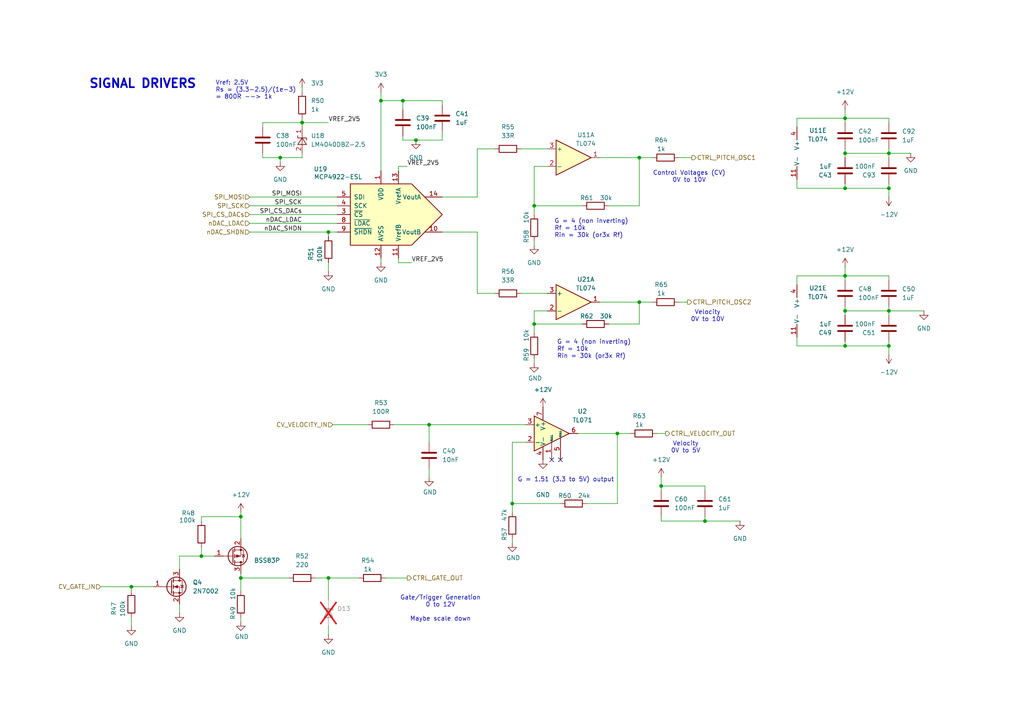
<source format=kicad_sch>
(kicad_sch (version 20250114) (generator "eeschema") (generator_version "9.0")
  (paper "A4")
  (lib_symbols
    (symbol "Amplifier_Operational:TL071" (pin_names (offset 0.127))
      (property "Reference" "U" (at 0 6.35 0))
      (property "Value" "TL071" (at 0 3.81 0))
      (symbol "TL071_0_1"
        (polyline (pts (xy -5.08 5.08) (xy 5.08 0) (xy -5.08 -5.08) (xy -5.08 5.08)) (stroke (width 0.254)) (fill (type background)))
      )
      (symbol "TL071_1_1"
        (pin input line (at -7.62 2.54 0) (length 2.54) (name "+") (number "3"))
        (pin input line (at -7.62 -2.54 0) (length 2.54) (name "-") (number "2"))
        (pin power_in line (at -2.54 7.62 270) (length 3.81) (name "V+") (number "7"))
        (pin power_in line (at -2.54 -7.62 90) (length 3.81) (name "V-") (number "4"))
        (pin no_connect line (at 0 2.54 270) (length 2.54) (hide yes) (name "NC") (number "8"))
        (pin input line (at 0 -7.62 90) (length 5.08) (name "NULL") (number "1"))
        (pin input line (at 2.54 -7.62 90) (length 6.35) (name "NULL") (number "5"))
        (pin output line (at 7.62 0 180) (length 2.54) (name "~") (number "6"))
      )
    )
    (symbol "Amplifier_Operational:TL074" (pin_names (offset 0.127))
      (property "Reference" "U" (at 0 5.08 0))
      (property "Value" "TL074" (at 0 -5.08 0))
      (symbol "TL074_1_1"
        (polyline (pts (xy -5.08 5.08) (xy 5.08 0) (xy -5.08 -5.08) (xy -5.08 5.08)) (stroke (width 0.254)) (fill (type background)))
        (pin input line (at -7.62 2.54 0) (length 2.54) (name "+") (number "3"))
        (pin input line (at -7.62 -2.54 0) (length 2.54) (name "-") (number "2"))
        (pin output line (at 7.62 0 180) (length 2.54) (name "~") (number "1"))
      )
      (symbol "TL074_2_1"
        (polyline (pts (xy -5.08 5.08) (xy 5.08 0) (xy -5.08 -5.08) (xy -5.08 5.08)) (stroke (width 0.254)) (fill (type background)))
        (pin input line (at -7.62 2.54 0) (length 2.54) (name "+") (number "5"))
        (pin input line (at -7.62 -2.54 0) (length 2.54) (name "-") (number "6"))
        (pin output line (at 7.62 0 180) (length 2.54) (name "~") (number "7"))
      )
      (symbol "TL074_3_1"
        (polyline (pts (xy -5.08 5.08) (xy 5.08 0) (xy -5.08 -5.08) (xy -5.08 5.08)) (stroke (width 0.254)) (fill (type background)))
        (pin input line (at -7.62 2.54 0) (length 2.54) (name "+") (number "10"))
        (pin input line (at -7.62 -2.54 0) (length 2.54) (name "-") (number "9"))
        (pin output line (at 7.62 0 180) (length 2.54) (name "~") (number "8"))
      )
      (symbol "TL074_4_1"
        (polyline (pts (xy -5.08 5.08) (xy 5.08 0) (xy -5.08 -5.08) (xy -5.08 5.08)) (stroke (width 0.254)) (fill (type background)))
        (pin input line (at -7.62 2.54 0) (length 2.54) (name "+") (number "12"))
        (pin input line (at -7.62 -2.54 0) (length 2.54) (name "-") (number "13"))
        (pin output line (at 7.62 0 180) (length 2.54) (name "~") (number "14"))
      )
      (symbol "TL074_5_1"
        (pin power_in line (at -2.54 7.62 270) (length 3.81) (name "V+") (number "4"))
        (pin power_in line (at -2.54 -7.62 90) (length 3.81) (name "V-") (number "11"))
      )
    )
    (symbol "Analog_DAC:MCP4922-ESL" (pin_names (offset 1.016))
      (property "Reference" "U" (at -10.16 10.16 0))
      (property "Value" "MCP4922-ESL" (at 3.81 10.16 0))
      (symbol "MCP4922-ESL_0_1"
        (polyline (pts (xy -11.43 8.89) (xy 6.35 8.89) (xy 15.24 0) (xy 6.35 -8.89) (xy -11.43 -8.89) (xy -11.43 8.89)) (stroke (width 0.254)) (fill (type background)))
      )
      (symbol "MCP4922-ESL_1_1"
        (pin input line (at -15.24 5.08 0) (length 3.81) (name "SDI") (number "5"))
        (pin input line (at -15.24 2.54 0) (length 3.81) (name "SCK") (number "4"))
        (pin input line (at -15.24 0 0) (length 3.81) (name "~{CS}") (number "3"))
        (pin input line (at -15.24 -2.54 0) (length 3.81) (name "~{LDAC}") (number "8"))
        (pin input line (at -15.24 -5.08 0) (length 3.81) (name "~{SHDN}") (number "9"))
        (pin no_connect line (at -10.16 -8.89 90) (length 2.54) (hide yes) (name "NC") (number "7"))
        (pin no_connect line (at -7.62 -8.89 90) (length 2.54) (hide yes) (name "NC") (number "6"))
        (pin no_connect line (at -5.08 -8.89 90) (length 2.54) (hide yes) (name "NC") (number "2"))
        (pin power_in line (at -2.54 12.7 270) (length 3.81) (name "VDD") (number "1"))
        (pin power_in line (at -2.54 -12.7 90) (length 3.81) (name "AVSS") (number "12"))
        (pin passive line (at 2.54 12.7 270) (length 3.81) (name "VrefA") (number "13"))
        (pin passive line (at 2.54 -12.7 90) (length 3.81) (name "VrefB") (number "11"))
        (pin passive line (at 15.24 5.08 180) (length 5.08) (name "VoutA") (number "14"))
        (pin passive line (at 15.24 -5.08 180) (length 5.08) (name "VoutB") (number "10"))
      )
    )
    (symbol "Device:C" (pin_numbers (hide yes)) (pin_names (offset 0.254))
      (property "Reference" "C" (at 0.635 2.54 0))
      (property "Value" "C" (at 0.635 -2.54 0))
      (symbol "C_0_1"
        (polyline (pts (xy -2.032 0.762) (xy 2.032 0.762)) (stroke (width 0.508)))
        (polyline (pts (xy -2.032 -0.762) (xy 2.032 -0.762)) (stroke (width 0.508)))
      )
      (symbol "C_1_1"
        (pin passive line (at 0 3.81 270) (length 2.794) (name "~") (number "1"))
        (pin passive line (at 0 -3.81 90) (length 2.794) (name "~") (number "2"))
      )
    )
    (symbol "Device:R" (pin_numbers (hide yes)) (pin_names (offset 0))
      (property "Reference" "R" (at 2.032 0 90))
      (property "Value" "R" (at 0 0 90))
      (symbol "R_0_1"
        (rectangle (start -1.016 -2.54) (end 1.016 2.54) (stroke (width 0.254)))
      )
      (symbol "R_1_1"
        (pin passive line (at 0 3.81 270) (length 1.27) (name "~") (number "1"))
        (pin passive line (at 0 -3.81 90) (length 1.27) (name "~") (number "2"))
      )
    )
    (symbol "Diode:BZT52Bxx" (pin_numbers (hide yes)) (pin_names (hide yes))
      (property "Reference" "D" (at 0 2.54 0))
      (property "Value" "BZT52Bxx" (at 0 -2.54 0))
      (symbol "BZT52Bxx_0_1"
        (polyline (pts (xy -1.27 -1.27) (xy -1.27 1.27) (xy -0.762 1.27)) (stroke (width 0.254)))
        (polyline (pts (xy 1.27 0) (xy -1.27 0)))
        (polyline (pts (xy 1.27 -1.27) (xy 1.27 1.27) (xy -1.27 0) (xy 1.27 -1.27)) (stroke (width 0.254)))
      )
      (symbol "BZT52Bxx_1_1"
        (pin passive line (at -3.81 0 0) (length 2.54) (name "K") (number "1"))
        (pin passive line (at 3.81 0 180) (length 2.54) (name "A") (number "2"))
      )
    )
    (symbol "Reference_Voltage:LM4040DBZ-2.5" (pin_names (offset 0.0254) (hide yes))
      (property "Reference" "U" (at 0 2.54 0))
      (property "Value" "LM4040DBZ-2.5" (at 0 -3.175 0))
      (symbol "LM4040DBZ-2.5_0_1"
        (polyline (pts (xy -1.27 0) (xy 0 0) (xy 1.27 0)))
        (polyline (pts (xy -1.27 -1.27) (xy 0.635 0) (xy -1.27 1.27) (xy -1.27 -1.27)) (stroke (width 0.2032)))
        (polyline (pts (xy 0 -1.27) (xy 0.635 -1.27) (xy 0.635 1.27) (xy 1.27 1.27)) (stroke (width 0.2032)))
      )
      (symbol "LM4040DBZ-2.5_1_1"
        (pin passive line (at -3.81 0 0) (length 2.54) (name "A") (number "2"))
        (pin no_connect line (at -1.27 0 0) (length 2.54) (hide yes) (name "NC") (number "3"))
        (pin passive line (at 3.81 0 180) (length 2.54) (name "K") (number "1"))
      )
    )
    (symbol "Transistor_FET:2N7002" (pin_names (hide yes))
      (property "Reference" "Q" (at 5.08 1.905 0))
      (property "Value" "2N7002" (at 5.08 0 0))
      (symbol "2N7002_0_1"
        (polyline (pts (xy 0.254 1.905) (xy 0.254 -1.905)) (stroke (width 0.254)))
        (polyline (pts (xy 0.254 0) (xy -2.54 0)))
        (polyline (pts (xy 0.762 2.286) (xy 0.762 1.27)) (stroke (width 0.254)))
        (polyline (pts (xy 0.762 0.508) (xy 0.762 -0.508)) (stroke (width 0.254)))
        (polyline (pts (xy 0.762 -1.27) (xy 0.762 -2.286)) (stroke (width 0.254)))
        (polyline (pts (xy 0.762 -1.778) (xy 3.302 -1.778) (xy 3.302 1.778) (xy 0.762 1.778)))
        (polyline (pts (xy 1.016 0) (xy 2.032 0.381) (xy 2.032 -0.381) (xy 1.016 0)) (fill (type outline)))
        (circle (center 1.651 0) (radius 2.794) (stroke (width 0.254)))
        (polyline (pts (xy 2.54 2.54) (xy 2.54 1.778)))
        (circle (center 2.54 1.778) (radius 0.254) (fill (type outline)))
        (circle (center 2.54 -1.778) (radius 0.254) (fill (type outline)))
        (polyline (pts (xy 2.54 -2.54) (xy 2.54 0) (xy 0.762 0)))
        (polyline (pts (xy 2.794 0.508) (xy 2.921 0.381) (xy 3.683 0.381) (xy 3.81 0.254)))
        (polyline (pts (xy 3.302 0.381) (xy 2.921 -0.254) (xy 3.683 -0.254) (xy 3.302 0.381)))
      )
      (symbol "2N7002_1_1"
        (pin input line (at -5.08 0 0) (length 2.54) (name "G") (number "1"))
        (pin passive line (at 2.54 5.08 270) (length 2.54) (name "D") (number "3"))
        (pin passive line (at 2.54 -5.08 90) (length 2.54) (name "S") (number "2"))
      )
    )
    (symbol "Transistor_FET:BSS83P" (pin_names (hide yes))
      (property "Reference" "Q" (at 5.08 1.905 0))
      (property "Value" "BSS83P" (at 5.08 0 0))
      (symbol "BSS83P_0_1"
        (polyline (pts (xy 0.254 1.905) (xy 0.254 -1.905)) (stroke (width 0.254)))
        (polyline (pts (xy 0.254 0) (xy -2.54 0)))
        (polyline (pts (xy 0.762 2.286) (xy 0.762 1.27)) (stroke (width 0.254)))
        (polyline (pts (xy 0.762 1.778) (xy 3.302 1.778) (xy 3.302 -1.778) (xy 0.762 -1.778)))
        (polyline (pts (xy 0.762 0.508) (xy 0.762 -0.508)) (stroke (width 0.254)))
        (polyline (pts (xy 0.762 -1.27) (xy 0.762 -2.286)) (stroke (width 0.254)))
        (circle (center 1.651 0) (radius 2.794) (stroke (width 0.254)))
        (polyline (pts (xy 2.286 0) (xy 1.27 0.381) (xy 1.27 -0.381) (xy 2.286 0)) (fill (type outline)))
        (polyline (pts (xy 2.54 2.54) (xy 2.54 1.778)))
        (circle (center 2.54 1.778) (radius 0.254) (fill (type outline)))
        (circle (center 2.54 -1.778) (radius 0.254) (fill (type outline)))
        (polyline (pts (xy 2.54 -2.54) (xy 2.54 0) (xy 0.762 0)))
        (polyline (pts (xy 2.794 -0.508) (xy 2.921 -0.381) (xy 3.683 -0.381) (xy 3.81 -0.254)))
        (polyline (pts (xy 3.302 -0.381) (xy 2.921 0.254) (xy 3.683 0.254) (xy 3.302 -0.381)))
      )
      (symbol "BSS83P_1_1"
        (pin input line (at -5.08 0 0) (length 2.54) (name "G") (number "1"))
        (pin passive line (at 2.54 5.08 270) (length 2.54) (name "D") (number "3"))
        (pin passive line (at 2.54 -5.08 90) (length 2.54) (name "S") (number "2"))
      )
    )
    (symbol "power:+15V" (power) (pin_numbers (hide yes)) (pin_names (offset 0) (hide yes))
      (property "Value" "+15V" (at 0 3.556 0))
      (symbol "+15V_0_1"
        (polyline (pts (xy -0.762 1.27) (xy 0 2.54)))
        (polyline (pts (xy 0 2.54) (xy 0.762 1.27)))
        (polyline (pts (xy 0 0) (xy 0 2.54)))
      )
      (symbol "+15V_1_1"
        (pin power_in line (at 0 0 90) (length 0) (name "~") (number "1"))
      )
    )
    (symbol "power:GND" (power) (pin_numbers (hide yes)) (pin_names (offset 0) (hide yes))
      (property "Value" "GND" (at 0 -3.81 0))
      (symbol "GND_0_1"
        (polyline (pts (xy 0 0) (xy 0 -1.27) (xy 1.27 -1.27) (xy 0 -2.54) (xy -1.27 -1.27) (xy 0 -1.27)))
      )
      (symbol "GND_1_1"
        (pin power_in line (at 0 0 270) (length 0) (name "~") (number "1"))
      )
    )
  )
  (text "Velocity\n0V to 5V" (at 198.882 129.794 0) (effects (font (size 1.27 1.27))))
  (text "G = 4 (non inverting)\nRf = 10k\nRin = 30k (or3x Rf)" (at 161.544 101.346 0) (effects (font (size 1.27 1.27)) (justify left)))
  (text "G = 1.51 (3.3 to 5V) output" (at 150.114 139.192 0) (effects (font (size 1.27 1.27)) (justify left)))
  (text "Gate/Trigger Generation\n0 to 12V\n\nMaybe scale down" (at 127.762 176.53 0) (effects (font (size 1.27 1.27))))
  (text "Control Voltages (CV)\n0V to 10V" (at 199.898 51.308 0) (effects (font (size 1.27 1.27))))
  (text "Velocity\n0V to 10V" (at 205.232 91.694 0) (effects (font (size 1.27 1.27))))
  (text "Vref: 2.5V\nRs = (3.3-2.5)/(1e-3) \n= 800R --> 1k " (at 62.484 26.162 0) (effects (font (size 1.27 1.27)) (justify left)))
  (text "SIGNAL DRIVERS" (at 41.402 24.384 0) (effects (font (size 2.54 2.54) (thickness 0.508) (bold yes))))
  (text "G = 4 (non inverting)\nRf = 10k\nRin = 30k (or3x Rf)" (at 160.782 66.294 0) (effects (font (size 1.27 1.27)) (justify left)))
  (junction (at 257.81 54.61))
  (junction (at 245.11 80.01))
  (junction (at 95.25 67.31))
  (junction (at 245.11 90.17))
  (junction (at 257.81 90.17))
  (junction (at 87.63 35.56))
  (junction (at 110.49 29.21))
  (junction (at 38.1 170.18))
  (junction (at 120.65 40.64))
  (junction (at 81.28 45.72))
  (junction (at 191.77 140.97))
  (junction (at 185.42 87.63))
  (junction (at 58.42 161.29))
  (junction (at 257.81 44.45))
  (junction (at 185.42 45.72))
  (junction (at 154.94 93.98))
  (junction (at 245.11 100.33))
  (junction (at 245.11 34.29))
  (junction (at 95.25 167.64))
  (junction (at 179.07 125.73))
  (junction (at 148.59 146.05))
  (junction (at 69.85 167.64))
  (junction (at 245.11 54.61))
  (junction (at 124.46 123.19))
  (junction (at 154.94 59.69))
  (junction (at 204.47 151.13))
  (junction (at 69.85 149.86))
  (junction (at 245.11 44.45))
  (junction (at 116.84 29.21))
  (junction (at 257.81 100.33))
  (no_connect (at 162.56 133.35))
  (no_connect (at 160.02 133.35))
  (wire (pts (xy 176.53 59.69) (xy 185.42 59.69)))
  (wire (pts (xy 58.42 149.86) (xy 69.85 149.86)))
  (wire (pts (xy 245.11 80.01) (xy 245.11 81.28)))
  (wire (pts (xy 154.94 59.69) (xy 168.91 59.69)))
  (wire (pts (xy 95.25 67.31) (xy 97.79 67.31)))
  (wire (pts (xy 173.99 45.72) (xy 185.42 45.72)))
  (wire (pts (xy 69.85 149.86) (xy 69.85 148.59)))
  (wire (pts (xy 257.81 54.61) (xy 245.11 54.61)))
  (wire (pts (xy 191.77 140.97) (xy 204.47 140.97)))
  (wire (pts (xy 245.11 54.61) (xy 245.11 53.34)))
  (wire (pts (xy 245.11 88.9) (xy 245.11 90.17)))
  (wire (pts (xy 128.27 29.21) (xy 128.27 30.48)))
  (wire (pts (xy 128.27 67.31) (xy 138.43 67.31)))
  (wire (pts (xy 124.46 123.19) (xy 114.3 123.19)))
  (wire (pts (xy 257.81 44.45) (xy 257.81 45.72)))
  (wire (pts (xy 116.84 29.21) (xy 116.84 31.75)))
  (wire (pts (xy 245.11 43.18) (xy 245.11 44.45)))
  (wire (pts (xy 148.59 128.27) (xy 148.59 146.05)))
  (wire (pts (xy 245.11 91.44) (xy 245.11 90.17)))
  (wire (pts (xy 231.14 100.33) (xy 245.11 100.33)))
  (wire (pts (xy 95.25 184.15) (xy 95.25 181.61)))
  (wire (pts (xy 257.81 43.18) (xy 257.81 44.45)))
  (wire (pts (xy 231.14 34.29) (xy 245.11 34.29)))
  (wire (pts (xy 154.94 59.69) (xy 154.94 62.23)))
  (wire (pts (xy 95.25 67.31) (xy 95.25 68.58)))
  (wire (pts (xy 179.07 125.73) (xy 179.07 146.05)))
  (wire (pts (xy 231.14 36.83) (xy 231.14 34.29)))
  (wire (pts (xy 245.11 31.75) (xy 245.11 34.29)))
  (wire (pts (xy 158.75 43.18) (xy 151.13 43.18)))
  (wire (pts (xy 69.85 166.37) (xy 69.85 167.64)))
  (wire (pts (xy 204.47 140.97) (xy 204.47 142.24)))
  (wire (pts (xy 116.84 39.37) (xy 116.84 40.64)))
  (wire (pts (xy 128.27 57.15) (xy 138.43 57.15)))
  (wire (pts (xy 148.59 156.21) (xy 148.59 157.48)))
  (wire (pts (xy 257.81 54.61) (xy 257.81 53.34)))
  (wire (pts (xy 52.07 161.29) (xy 58.42 161.29)))
  (wire (pts (xy 245.11 34.29) (xy 245.11 35.56)))
  (wire (pts (xy 58.42 161.29) (xy 62.23 161.29)))
  (wire (pts (xy 152.4 128.27) (xy 148.59 128.27)))
  (wire (pts (xy 257.81 80.01) (xy 257.81 81.28)))
  (wire (pts (xy 257.81 88.9) (xy 257.81 90.17)))
  (wire (pts (xy 128.27 38.1) (xy 128.27 40.64)))
  (wire (pts (xy 189.23 87.63) (xy 185.42 87.63)))
  (wire (pts (xy 154.94 71.12) (xy 154.94 69.85)))
  (wire (pts (xy 191.77 140.97) (xy 191.77 142.24)))
  (wire (pts (xy 87.63 45.72) (xy 87.63 44.45)))
  (wire (pts (xy 170.18 146.05) (xy 179.07 146.05)))
  (wire (pts (xy 138.43 67.31) (xy 138.43 85.09)))
  (wire (pts (xy 72.39 64.77) (xy 97.79 64.77)))
  (wire (pts (xy 190.5 125.73) (xy 193.04 125.73)))
  (wire (pts (xy 204.47 149.86) (xy 204.47 151.13)))
  (wire (pts (xy 119.38 76.2) (xy 115.57 76.2)))
  (wire (pts (xy 76.2 45.72) (xy 81.28 45.72)))
  (wire (pts (xy 81.28 45.72) (xy 81.28 46.99)))
  (wire (pts (xy 196.85 87.63) (xy 199.39 87.63)))
  (wire (pts (xy 154.94 90.17) (xy 154.94 93.98)))
  (wire (pts (xy 167.64 125.73) (xy 179.07 125.73)))
  (wire (pts (xy 245.11 34.29) (xy 257.81 34.29)))
  (wire (pts (xy 245.11 44.45) (xy 257.81 44.45)))
  (wire (pts (xy 95.25 35.56) (xy 87.63 35.56)))
  (wire (pts (xy 87.63 45.72) (xy 81.28 45.72)))
  (wire (pts (xy 257.81 34.29) (xy 257.81 35.56)))
  (wire (pts (xy 264.16 44.45) (xy 257.81 44.45)))
  (wire (pts (xy 257.81 90.17) (xy 267.97 90.17)))
  (wire (pts (xy 154.94 104.14) (xy 154.94 105.41)))
  (wire (pts (xy 38.1 181.61) (xy 38.1 179.07)))
  (wire (pts (xy 245.11 77.47) (xy 245.11 80.01)))
  (wire (pts (xy 204.47 151.13) (xy 214.63 151.13)))
  (wire (pts (xy 38.1 170.18) (xy 38.1 171.45)))
  (wire (pts (xy 111.76 167.64) (xy 118.11 167.64)))
  (wire (pts (xy 196.85 45.72) (xy 200.66 45.72)))
  (wire (pts (xy 176.53 93.98) (xy 185.42 93.98)))
  (wire (pts (xy 191.77 138.43) (xy 191.77 140.97)))
  (wire (pts (xy 72.39 57.15) (xy 97.79 57.15)))
  (wire (pts (xy 245.11 45.72) (xy 245.11 44.45)))
  (wire (pts (xy 58.42 151.13) (xy 58.42 149.86)))
  (wire (pts (xy 231.14 82.55) (xy 231.14 80.01)))
  (wire (pts (xy 231.14 97.79) (xy 231.14 100.33)))
  (wire (pts (xy 154.94 48.26) (xy 154.94 59.69)))
  (wire (pts (xy 95.25 173.99) (xy 95.25 167.64)))
  (wire (pts (xy 257.81 100.33) (xy 245.11 100.33)))
  (wire (pts (xy 38.1 170.18) (xy 44.45 170.18)))
  (wire (pts (xy 124.46 123.19) (xy 124.46 128.27)))
  (wire (pts (xy 87.63 25.4) (xy 87.63 26.67)))
  (wire (pts (xy 52.07 177.8) (xy 52.07 175.26)))
  (wire (pts (xy 173.99 87.63) (xy 185.42 87.63)))
  (wire (pts (xy 245.11 90.17) (xy 257.81 90.17)))
  (wire (pts (xy 257.81 90.17) (xy 257.81 91.44)))
  (wire (pts (xy 87.63 35.56) (xy 87.63 36.83)))
  (wire (pts (xy 110.49 29.21) (xy 110.49 26.67)))
  (wire (pts (xy 189.23 45.72) (xy 185.42 45.72)))
  (wire (pts (xy 95.25 78.74) (xy 95.25 76.2)))
  (wire (pts (xy 138.43 57.15) (xy 138.43 43.18)))
  (wire (pts (xy 95.25 167.64) (xy 91.44 167.64)))
  (wire (pts (xy 76.2 35.56) (xy 87.63 35.56)))
  (wire (pts (xy 128.27 29.21) (xy 116.84 29.21)))
  (wire (pts (xy 118.11 48.26) (xy 115.57 48.26)))
  (wire (pts (xy 231.14 52.07) (xy 231.14 54.61)))
  (wire (pts (xy 116.84 29.21) (xy 110.49 29.21)))
  (wire (pts (xy 191.77 149.86) (xy 191.77 151.13)))
  (wire (pts (xy 69.85 167.64) (xy 83.82 167.64)))
  (wire (pts (xy 52.07 165.1) (xy 52.07 161.29)))
  (wire (pts (xy 69.85 167.64) (xy 69.85 171.45)))
  (wire (pts (xy 182.88 125.73) (xy 179.07 125.73)))
  (wire (pts (xy 231.14 54.61) (xy 245.11 54.61)))
  (wire (pts (xy 158.75 90.17) (xy 154.94 90.17)))
  (wire (pts (xy 257.81 100.33) (xy 257.81 99.06)))
  (wire (pts (xy 128.27 40.64) (xy 120.65 40.64)))
  (wire (pts (xy 191.77 151.13) (xy 204.47 151.13)))
  (wire (pts (xy 76.2 45.72) (xy 76.2 44.45)))
  (wire (pts (xy 76.2 35.56) (xy 76.2 36.83)))
  (wire (pts (xy 72.39 62.23) (xy 97.79 62.23)))
  (wire (pts (xy 257.81 57.15) (xy 257.81 54.61)))
  (wire (pts (xy 29.21 170.18) (xy 38.1 170.18)))
  (wire (pts (xy 96.52 123.19) (xy 106.68 123.19)))
  (wire (pts (xy 72.39 59.69) (xy 97.79 59.69)))
  (wire (pts (xy 185.42 45.72) (xy 185.42 59.69)))
  (wire (pts (xy 110.49 76.2) (xy 110.49 74.93)))
  (wire (pts (xy 104.14 167.64) (xy 95.25 167.64)))
  (wire (pts (xy 138.43 85.09) (xy 143.51 85.09)))
  (wire (pts (xy 110.49 29.21) (xy 110.49 49.53)))
  (wire (pts (xy 257.81 102.87) (xy 257.81 100.33)))
  (wire (pts (xy 185.42 87.63) (xy 185.42 93.98)))
  (wire (pts (xy 231.14 80.01) (xy 245.11 80.01)))
  (wire (pts (xy 148.59 146.05) (xy 148.59 148.59)))
  (wire (pts (xy 138.43 43.18) (xy 143.51 43.18)))
  (wire (pts (xy 115.57 48.26) (xy 115.57 49.53)))
  (wire (pts (xy 154.94 93.98) (xy 154.94 96.52)))
  (wire (pts (xy 87.63 35.56) (xy 87.63 34.29)))
  (wire (pts (xy 152.4 123.19) (xy 124.46 123.19)))
  (wire (pts (xy 245.11 80.01) (xy 257.81 80.01)))
  (wire (pts (xy 154.94 93.98) (xy 168.91 93.98)))
  (wire (pts (xy 245.11 100.33) (xy 245.11 99.06)))
  (wire (pts (xy 124.46 135.89) (xy 124.46 138.43)))
  (wire (pts (xy 158.75 85.09) (xy 151.13 85.09)))
  (wire (pts (xy 58.42 158.75) (xy 58.42 161.29)))
  (wire (pts (xy 148.59 146.05) (xy 162.56 146.05)))
  (wire (pts (xy 158.75 48.26) (xy 154.94 48.26)))
  (wire (pts (xy 69.85 156.21) (xy 69.85 149.86)))
  (wire (pts (xy 72.39 67.31) (xy 95.25 67.31)))
  (wire (pts (xy 115.57 76.2) (xy 115.57 74.93)))
  (wire (pts (xy 120.65 40.64) (xy 116.84 40.64)))
  (wire (pts (xy 69.85 179.07) (xy 69.85 180.34)))
  (label "SPI_CS_DACs" (at 87.63 62.23 180))
  (label "VREF_2V5" (at 119.38 76.2 0))
  (label "nDAC_LDAC" (at 87.63 64.77 180))
  (label "SPI_MOSI" (at 87.63 57.15 180))
  (label "VREF_2V5" (at 95.25 35.56 0))
  (label "VREF_2V5" (at 118.11 48.26 0))
  (label "nDAC_SHDN" (at 87.63 67.31 180))
  (label "SPI_SCK" (at 87.63 59.69 180))
  (hierarchical_label "CV_VELOCITY_IN" (shape input) (at 96.52 123.19 180))
  (hierarchical_label "CV_GATE_IN" (shape input) (at 29.21 170.18 180))
  (hierarchical_label "SPI_CS_DACs" (shape input) (at 72.39 62.23 180))
  (hierarchical_label "CTRL_PITCH_OSC2" (shape output) (at 199.39 87.63 0))
  (hierarchical_label "CTRL_PITCH_OSC1" (shape output) (at 200.66 45.72 0))
  (hierarchical_label "nDAC_LDAC" (shape input) (at 72.39 64.77 180))
  (hierarchical_label "nDAC_SHDN" (shape input) (at 72.39 67.31 180))
  (hierarchical_label "CTRL_GATE_OUT" (shape output) (at 118.11 167.64 0))
  (hierarchical_label "SPI_MOSI" (shape input) (at 72.39 57.15 180))
  (hierarchical_label "CTRL_VELOCITY_OUT" (shape output) (at 193.04 125.73 0))
  (hierarchical_label "SPI_SCK" (shape input) (at 72.39 59.69 180))
  (symbol (lib_id "Device:R") (at 69.85 175.26 0) (unit 1)
    (property "Reference" "R49" (at 67.564 177.8 90))
    (property "Value" "10k" (at 67.564 172.212 90))
    (property "Footprint" "Resistor_SMD:R_0402_1005Metric" (effects (hide yes)))
    (property "Description" "Resistor" (effects (hide yes)))
    (property "Manufacturer" "YAGEO" (effects (hide yes)))
    (property "Manufacturer PartNumer" "RT0402FRE0710KL" (effects (hide yes)))
    (instances (project "midi_vco_module" (path "" (reference "R49") (unit 1))) (project "analog_synth" (path "" (reference "R30") (unit 1))))
  )
  (symbol (lib_id "power:+15V") (at 257.81 57.15 180) (unit 1)
    (property "Reference" "#PWR08" (effects (hide yes)))
    (property "Value" "-12V" (at 257.81 62.23 0))
    (property "Description" "Power symbol creates a global label with name \"+15V\"" (effects (hide yes)))
  )
  (symbol (lib_id "Device:R") (at 110.49 123.19 90) (unit 1)
    (property "Reference" "R53" (at 110.49 116.84 90))
    (property "Value" "100R" (at 110.49 119.38 90))
    (property "Footprint" "Resistor_SMD:R_0402_1005Metric" (effects (hide yes)))
    (property "Description" "Resistor" (effects (hide yes)))
    (property "Manufacturer PartNumer" "RT0402FRE07100RL" (effects (hide yes)))
    (property "Manufacturer" "YAGEO" (effects (hide yes)))
  )
  (symbol (lib_id "Device:C") (at 116.84 35.56 0) (unit 1)
    (property "Reference" "C39" (at 120.65 34.2899 0) (effects (justify left)))
    (property "Value" "100nF" (at 120.65 36.8299 0) (effects (justify left)))
    (property "Footprint" "Capacitor_SMD:C_0402_1005Metric" (effects (hide yes)))
    (property "Description" "Unpolarized capacitor" (effects (hide yes)))
    (property "Manufacturer" "MURATA" (effects (hide yes)))
    (property "Manufacturer PartNumer" "GRM155R71E104KE14J" (effects (hide yes)))
    (instances (project "midi_vco_module" (path "" (reference "C39") (unit 1))) (project "analog_synth" (path "" (reference "C30") (unit 1))))
  )
  (symbol (lib_id "Device:C") (at 191.77 146.05 0) (unit 1)
    (property "Reference" "C60" (at 195.58 144.7799 0) (effects (justify left)))
    (property "Value" "100nF" (at 195.58 147.3199 0) (effects (justify left)))
    (property "Footprint" "Capacitor_SMD:C_0402_1005Metric" (effects (hide yes)))
    (property "Description" "Unpolarized capacitor" (effects (hide yes)))
    (property "Manufacturer" "MURATA" (effects (hide yes)))
    (property "Manufacturer PartNumer" "GRM155R71E104KE14J" (effects (hide yes)))
  )
  (symbol (lib_id "power:+15V") (at 110.49 26.67 0) (unit 1)
    (property "Reference" "#PWR0191" (effects (hide yes)))
    (property "Value" "3V3" (at 110.49 21.59 0))
    (property "Description" "Power symbol creates a global label with name \"+15V\"" (effects (hide yes)))
    (instances (project "midi_vco_module" (path "" (reference "#PWR0191") (unit 1))) (project "analog_synth" (path "" (reference "#PWR073") (unit 1))))
  )
  (symbol (lib_id "power:+15V") (at 191.77 138.43 0) (unit 1)
    (property "Reference" "#PWR021" (effects (hide yes)))
    (property "Value" "+12V" (at 191.77 133.35 0))
    (property "Description" "Power symbol creates a global label with name \"+15V\"" (effects (hide yes)))
  )
  (symbol (lib_id "Device:C") (at 257.81 95.25 180) (unit 1)
    (property "Reference" "C51" (at 254 96.5201 0) (effects (justify left)))
    (property "Value" "100nF" (at 254 93.9801 0) (effects (justify left)))
    (property "Footprint" "Capacitor_SMD:C_0402_1005Metric" (effects (hide yes)))
    (property "Description" "Unpolarized capacitor" (effects (hide yes)))
    (property "Manufacturer" "MURATA" (effects (hide yes)))
    (property "Manufacturer PartNumer" "GRM155R71E104KE14J" (effects (hide yes)))
  )
  (symbol (lib_id "Reference_Voltage:LM4040DBZ-2.5") (at 87.63 40.64 90) (unit 1)
    (property "Reference" "U18" (at 90.17 39.3699 90) (effects (justify right)))
    (property "Value" "LM4040DBZ-2.5" (at 90.17 41.9099 90) (effects (justify right)))
    (property "Footprint" "Package_TO_SOT_SMD:SOT-23" (effects (hide yes)))
    (property "Datasheet" "http://www.ti.com/lit/ds/symlink/lm4040-n.pdf" (effects (hide yes)))
    (property "Description" "2.500V Precision Micropower Shunt Voltage Reference, SOT-23" (effects (hide yes)))
    (property "Manufacturer" "Texas Instruments" (effects (hide yes)))
    (property "Manufacturer PartNumer" "LM4040QAIM3-2.5/NOPB" (effects (hide yes)))
    (instances (project "midi_vco_module" (path "" (reference "U18") (unit 1))) (project "analog_synth" (path "" (reference "U11") (unit 1))))
  )
  (symbol (lib_id "Device:R") (at 148.59 152.4 0) (unit 1)
    (property "Reference" "R57" (at 146.304 154.94 90))
    (property "Value" "47k" (at 146.304 149.352 90))
    (property "Footprint" "Resistor_SMD:R_0402_1005Metric" (effects (hide yes)))
    (property "Description" "Resistor" (effects (hide yes)))
    (property "Manufacturer PartNumer" "RT0402FRE0747KL" (effects (hide yes)))
    (property "Manufacturer" "YAGEO" (effects (hide yes)))
  )
  (symbol (lib_id "Transistor_FET:2N7002") (at 49.53 170.18 0) (unit 1)
    (property "Reference" "Q4" (at 55.88 168.9099 0) (effects (justify left)))
    (property "Value" "2N7002" (at 55.88 171.4499 0) (effects (justify left)))
    (property "Footprint" "Package_TO_SOT_SMD:SOT-23" (effects (hide yes)))
    (property "Datasheet" "https://www.onsemi.com/pub/Collateral/NDS7002A-D.PDF" (effects (hide yes)))
    (property "Description" "0.115A Id, 60V Vds, N-Channel MOSFET, SOT-23" (effects (hide yes)))
    (property "Manufacturer" "onsemi" (effects (hide yes)))
    (property "Manufacturer PartNumer" "2N7002" (effects (hide yes)))
  )
  (symbol (lib_id "Device:C") (at 245.11 39.37 0) (unit 1)
    (property "Reference" "C42" (at 248.92 38.0999 0) (effects (justify left)))
    (property "Value" "100nF" (at 248.92 40.6399 0) (effects (justify left)))
    (property "Footprint" "Capacitor_SMD:C_0402_1005Metric" (effects (hide yes)))
    (property "Description" "Unpolarized capacitor" (effects (hide yes)))
    (property "Manufacturer" "MURATA" (effects (hide yes)))
    (property "Manufacturer PartNumer" "GRM155R71E104KE14J" (effects (hide yes)))
  )
  (symbol (lib_id "Device:C") (at 257.81 85.09 0) (unit 1)
    (property "Reference" "C50" (at 261.62 83.8199 0) (effects (justify left)))
    (property "Value" "1uF" (at 261.62 86.3599 0) (effects (justify left)))
    (property "Footprint" "Capacitor_SMD:C_0805_2012Metric" (effects (hide yes)))
    (property "Description" "Unpolarized capacitor" (effects (hide yes)))
    (property "Manufacturer" "MURATA" (effects (hide yes)))
    (property "Manufacturer PartNumer" "GRM219R71E105MA88J" (effects (hide yes)))
  )
  (symbol (lib_id "power:+15V") (at 245.11 31.75 0) (unit 1)
    (property "Reference" "#PWR07" (effects (hide yes)))
    (property "Value" "+12V" (at 245.11 26.67 0))
    (property "Description" "Power symbol creates a global label with name \"+15V\"" (effects (hide yes)))
  )
  (symbol (lib_id "Amplifier_Operational:TL074") (at 233.68 44.45 0) (unit 5)
    (property "Reference" "U11" (at 237.236 37.846 0))
    (property "Value" "TL074" (at 237.236 40.386 0))
    (property "Footprint" "Package_SO:SOIC-14_3.9x8.7mm_P1.27mm" (effects (hide yes)))
    (property "Datasheet" "http://www.ti.com/lit/ds/symlink/tl071.pdf" (effects (hide yes)))
    (property "Description" "Quad Low-Noise JFET-Input Operational Amplifiers, DIP-14/SOIC-14" (effects (hide yes)))
    (property "Manufacturer PartNumer" "TL074HIDR" (effects (hide yes)))
    (property "Manufacturer" "Texas Instruments" (effects (hide yes)))
  )
  (symbol (lib_id "Amplifier_Operational:TL074") (at 233.68 90.17 0) (unit 5)
    (property "Reference" "U21" (at 237.236 83.566 0))
    (property "Value" "TL074" (at 237.236 86.106 0))
    (property "Footprint" "Package_SO:SOIC-14_3.9x8.7mm_P1.27mm" (effects (hide yes)))
    (property "Datasheet" "http://www.ti.com/lit/ds/symlink/tl071.pdf" (effects (hide yes)))
    (property "Description" "Quad Low-Noise JFET-Input Operational Amplifiers, DIP-14/SOIC-14" (effects (hide yes)))
    (property "Manufacturer PartNumer" "TL074HIDR" (effects (hide yes)))
    (property "Manufacturer" "Texas Instruments" (effects (hide yes)))
  )
  (symbol (lib_id "power:GND") (at 69.85 180.34 0) (unit 1)
    (property "Reference" "#PWR0197" (effects (hide yes)))
    (property "Value" "GND" (at 70.104 184.658 0))
    (property "Description" "Power symbol creates a global label with name \"GND\" , ground" (effects (hide yes)))
    (instances (project "midi_vco_module" (path "" (reference "#PWR0197") (unit 1))) (project "analog_synth" (path "" (reference "#PWR072") (unit 1))))
  )
  (symbol (lib_id "Device:C") (at 128.27 34.29 0) (unit 1)
    (property "Reference" "C41" (at 132.08 33.0199 0) (effects (justify left)))
    (property "Value" "1uF" (at 132.08 35.5599 0) (effects (justify left)))
    (property "Footprint" "Capacitor_SMD:C_0805_2012Metric" (effects (hide yes)))
    (property "Description" "Unpolarized capacitor" (effects (hide yes)))
    (property "Manufacturer" "MURATA" (effects (hide yes)))
    (property "Manufacturer PartNumer" "GRM219R71E105MA88J" (effects (hide yes)))
    (instances (project "midi_vco_module" (path "" (reference "C41") (unit 1))) (project "analog_synth" (path "" (reference "C31") (unit 1))))
  )
  (symbol (lib_id "Device:R") (at 172.72 59.69 270) (unit 1)
    (property "Reference" "R61" (at 170.18 57.404 90))
    (property "Value" "30k" (at 175.768 57.404 90))
    (property "Footprint" "Resistor_SMD:R_0402_1005Metric" (effects (hide yes)))
    (property "Description" "Resistor" (effects (hide yes)))
    (property "Manufacturer PartNumer" "RT0402FRE0730KL" (effects (hide yes)))
    (property "Manufacturer" "YAGEO" (effects (hide yes)))
    (instances (project "midi_vco_module" (path "" (reference "R61") (unit 1))) (project "analog_synth" (path "" (reference "R37") (unit 1))))
  )
  (symbol (lib_id "power:GND") (at 95.25 184.15 0) (unit 1)
    (property "Reference" "#PWR0196" (effects (hide yes)))
    (property "Value" "GND" (at 95.25 189.23 0))
    (property "Description" "Power symbol creates a global label with name \"GND\" , ground" (effects (hide yes)))
    (instances (project "midi_vco_module" (path "" (reference "#PWR0196") (unit 1))) (project "analog_synth" (path "" (reference "#PWR076") (unit 1))))
  )
  (symbol (lib_id "Device:R") (at 147.32 43.18 90) (unit 1)
    (property "Reference" "R55" (at 147.32 36.83 90))
    (property "Value" "33R" (at 147.32 39.37 90))
    (property "Footprint" "Resistor_SMD:R_0402_1005Metric" (effects (hide yes)))
    (property "Description" "Resistor" (effects (hide yes)))
    (property "Manufacturer PartNumer" "RT0402FRE0733RL" (effects (hide yes)))
    (property "Manufacturer" "YAGEO" (effects (hide yes)))
    (instances (project "midi_vco_module" (path "" (reference "R55") (unit 1))) (project "analog_synth" (path "" (reference "R33") (unit 1))))
  )
  (symbol (lib_id "power:GND") (at 110.49 76.2 0) (unit 1)
    (property "Reference" "#PWR0189" (effects (hide yes)))
    (property "Value" "GND" (at 110.49 81.28 0))
    (property "Description" "Power symbol creates a global label with name \"GND\" , ground" (effects (hide yes)))
    (instances (project "midi_vco_module" (path "" (reference "#PWR0189") (unit 1))) (project "analog_synth" (path "" (reference "#PWR074") (unit 1))))
  )
  (symbol (lib_id "Device:C") (at 76.2 40.64 0) (unit 1)
    (property "Reference" "C38" (at 80.01 39.3699 0) (effects (justify left)))
    (property "Value" "100nF" (at 80.01 41.9099 0) (effects (justify left)))
    (property "Footprint" "Capacitor_SMD:C_0402_1005Metric" (effects (hide yes)))
    (property "Description" "Unpolarized capacitor" (effects (hide yes)))
    (property "Manufacturer" "MURATA" (effects (hide yes)))
    (property "Manufacturer PartNumer" "GRM155R71E104KE14J" (effects (hide yes)))
    (instances (project "midi_vco_module" (path "" (reference "C38") (unit 1))) (project "analog_synth" (path "" (reference "C29") (unit 1))))
  )
  (symbol (lib_id "Amplifier_Operational:TL074") (at 166.37 87.63 0) (unit 1)
    (property "Reference" "U21" (at 169.926 81.026 0))
    (property "Value" "TL074" (at 169.926 83.566 0))
    (property "Footprint" "Package_SO:SOIC-14_3.9x8.7mm_P1.27mm" (effects (hide yes)))
    (property "Datasheet" "http://www.ti.com/lit/ds/symlink/tl071.pdf" (effects (hide yes)))
    (property "Description" "Quad Low-Noise JFET-Input Operational Amplifiers, DIP-14/SOIC-14" (effects (hide yes)))
    (property "Manufacturer PartNumer" "TL074HIDR" (effects (hide yes)))
    (property "Manufacturer" "Texas Instruments" (effects (hide yes)))
  )
  (symbol (lib_id "power:GND") (at 157.48 133.35 0) (unit 1)
    (property "Reference" "#PWR024" (effects (hide yes)))
    (property "Value" "GND" (at 157.48 143.51 0))
    (property "Description" "Power symbol creates a global label with name \"GND\" , ground" (effects (hide yes)))
  )
  (symbol (lib_id "power:GND") (at 95.25 78.74 0) (unit 1)
    (property "Reference" "#PWR0190" (effects (hide yes)))
    (property "Value" "GND" (at 95.25 83.82 0))
    (property "Description" "Power symbol creates a global label with name \"GND\" , ground" (effects (hide yes)))
    (instances (project "midi_vco_module" (path "" (reference "#PWR0190") (unit 1))) (project "analog_synth" (path "" (reference "#PWR070") (unit 1))))
  )
  (symbol (lib_id "Amplifier_Operational:TL071") (at 160.02 125.73 0) (unit 1)
    (property "Reference" "U2" (at 168.91 119.3098 0))
    (property "Value" "TL071" (at 168.91 121.8498 0))
    (property "Footprint" "Package_SO:SOIC-8_3.9x4.9mm_P1.27mm" (effects (hide yes)))
    (property "Datasheet" "http://www.ti.com/lit/ds/symlink/tl071.pdf" (effects (hide yes)))
    (property "Description" "Single Low-Noise JFET-Input Operational Amplifiers, DIP-8/SOIC-8" (effects (hide yes)))
    (property "Manufacturer" "Texas Instruments" (effects (hide yes)))
    (property "Manufacturer PartNumer" "TL071CDR" (effects (hide yes)))
  )
  (symbol (lib_id "power:GND") (at 120.65 40.64 0) (unit 1)
    (property "Reference" "#PWR0192" (effects (hide yes)))
    (property "Value" "GND" (at 120.65 45.72 0))
    (property "Description" "Power symbol creates a global label with name \"GND\" , ground" (effects (hide yes)))
    (instances (project "midi_vco_module" (path "" (reference "#PWR0192") (unit 1))) (project "analog_synth" (path "" (reference "#PWR075") (unit 1))))
  )
  (symbol (lib_id "power:GND") (at 154.94 105.41 0) (unit 1)
    (property "Reference" "#PWR0203" (effects (hide yes)))
    (property "Value" "GND" (at 155.194 109.728 0))
    (property "Description" "Power symbol creates a global label with name \"GND\" , ground" (effects (hide yes)))
    (instances (project "midi_vco_module" (path "" (reference "#PWR0203") (unit 1))) (project "analog_synth" (path "" (reference "#PWR078") (unit 1))))
  )
  (symbol (lib_id "Device:C") (at 124.46 132.08 0) (unit 1)
    (property "Reference" "C40" (at 128.27 130.8099 0) (effects (justify left)))
    (property "Value" "10nF" (at 128.27 133.3499 0) (effects (justify left)))
    (property "Footprint" "Capacitor_SMD:C_0402_1005Metric" (effects (hide yes)))
    (property "Description" "Unpolarized capacitor" (effects (hide yes)))
    (property "Manufacturer" "MURATA" (effects (hide yes)))
    (property "Manufacturer PartNumer" "GRM155R71E103KA01D" (effects (hide yes)))
  )
  (symbol (lib_id "Device:R") (at 58.42 154.94 0) (unit 1)
    (property "Reference" "R48" (at 54.61 148.844 0))
    (property "Value" "100k" (at 54.356 150.876 0))
    (property "Footprint" "Resistor_SMD:R_0402_1005Metric" (effects (hide yes)))
    (property "Description" "Resistor" (effects (hide yes)))
    (property "Manufacturer" "YAGEO" (effects (hide yes)))
    (property "Manufacturer PartNumer" "RT0402FRE07100KL" (effects (hide yes)))
    (instances (project "midi_vco_module" (path "" (reference "R48") (unit 1))) (project "analog_synth" (path "" (reference "R28") (unit 1))))
  )
  (symbol (lib_id "power:+15V") (at 245.11 77.47 0) (unit 1)
    (property "Reference" "#PWR010" (effects (hide yes)))
    (property "Value" "+12V" (at 245.11 72.39 0))
    (property "Description" "Power symbol creates a global label with name \"+15V\"" (effects (hide yes)))
  )
  (symbol (lib_id "Device:C") (at 245.11 85.09 0) (unit 1)
    (property "Reference" "C48" (at 248.92 83.8199 0) (effects (justify left)))
    (property "Value" "100nF" (at 248.92 86.3599 0) (effects (justify left)))
    (property "Footprint" "Capacitor_SMD:C_0402_1005Metric" (effects (hide yes)))
    (property "Description" "Unpolarized capacitor" (effects (hide yes)))
    (property "Manufacturer" "MURATA" (effects (hide yes)))
    (property "Manufacturer PartNumer" "GRM155R71E104KE14J" (effects (hide yes)))
  )
  (symbol (lib_id "Device:C") (at 257.81 39.37 0) (unit 1)
    (property "Reference" "C92" (at 261.62 38.0999 0) (effects (justify left)))
    (property "Value" "1uF" (at 261.62 40.6399 0) (effects (justify left)))
    (property "Footprint" "Capacitor_SMD:C_0805_2012Metric" (effects (hide yes)))
    (property "Description" "Unpolarized capacitor" (effects (hide yes)))
    (property "Manufacturer" "MURATA" (effects (hide yes)))
    (property "Manufacturer PartNumer" "GRM219R71E105MA88J" (effects (hide yes)))
  )
  (symbol (lib_id "power:+15V") (at 257.81 102.87 180) (unit 1)
    (property "Reference" "#PWR011" (effects (hide yes)))
    (property "Value" "-12V" (at 257.81 107.95 0))
    (property "Description" "Power symbol creates a global label with name \"+15V\"" (effects (hide yes)))
  )
  (symbol (lib_id "power:GND") (at 38.1 181.61 0) (unit 1)
    (property "Reference" "#PWR0194" (effects (hide yes)))
    (property "Value" "GND" (at 38.1 186.69 0))
    (property "Description" "Power symbol creates a global label with name \"GND\" , ground" (effects (hide yes)))
    (instances (project "midi_vco_module" (path "" (reference "#PWR0194") (unit 1))) (project "analog_synth" (path "" (reference "#PWR066") (unit 1))))
  )
  (symbol (lib_id "Analog_DAC:MCP4922-ESL") (at 113.03 62.23 0) (unit 1)
    (property "Reference" "U19" (at 92.964 49.022 0))
    (property "Value" "MCP4922-ESL" (at 98.044 51.308 0))
    (property "Footprint" "Package_SO:SOIC-14_3.9x8.7mm_P1.27mm" (effects (hide yes)))
    (property "Datasheet" "http://ww1.microchip.com/downloads/en/devicedoc/21897a.pdf" (effects (hide yes)))
    (property "Description" "Dual 12-bit Digital to Analog Converter, SPI Interface, SOIC-14" (effects (hide yes)))
    (property "Manufacturer" "Microchip Technology" (effects (hide yes)))
    (property "Manufacturer PartNumer" "MCP4922-E/SL" (effects (hide yes)))
    (instances (project "midi_vco_module" (path "" (reference "U19") (unit 1))) (project "analog_synth" (path "" (reference "U12") (unit 1))))
  )
  (symbol (lib_id "Device:C") (at 204.47 146.05 0) (unit 1)
    (property "Reference" "C61" (at 208.28 144.7799 0) (effects (justify left)))
    (property "Value" "1uF" (at 208.28 147.3199 0) (effects (justify left)))
    (property "Footprint" "Capacitor_SMD:C_0805_2012Metric" (effects (hide yes)))
    (property "Description" "Unpolarized capacitor" (effects (hide yes)))
    (property "Manufacturer" "MURATA" (effects (hide yes)))
    (property "Manufacturer PartNumer" "GRM219R71E105MA88J" (effects (hide yes)))
  )
  (symbol (lib_id "power:GND") (at 81.28 46.99 0) (unit 1)
    (property "Reference" "#PWR0201" (effects (hide yes)))
    (property "Value" "GND" (at 81.28 52.07 0))
    (property "Description" "Power symbol creates a global label with name \"GND\" , ground" (effects (hide yes)))
    (instances (project "midi_vco_module" (path "" (reference "#PWR0201") (unit 1))) (project "analog_synth" (path "" (reference "#PWR067") (unit 1))))
  )
  (symbol (lib_id "power:+15V") (at 87.63 25.4 0) (unit 1)
    (property "Reference" "#PWR0202" (effects (hide yes)))
    (property "Value" "3V3" (at 90.17 24.1299 0) (effects (justify left)))
    (property "Description" "Power symbol creates a global label with name \"+15V\"" (effects (hide yes)))
    (instances (project "midi_vco_module" (path "" (reference "#PWR0202") (unit 1))) (project "analog_synth" (path "" (reference "#PWR069") (unit 1))))
  )
  (symbol (lib_id "Device:R") (at 87.63 30.48 0) (unit 1)
    (property "Reference" "R50" (at 90.17 29.2099 0) (effects (justify left)))
    (property "Value" "1k" (at 90.17 31.7499 0) (effects (justify left)))
    (property "Footprint" "Resistor_SMD:R_0402_1005Metric" (effects (hide yes)))
    (property "Description" "Resistor" (effects (hide yes)))
    (property "Manufacturer" "YAGEO" (effects (hide yes)))
    (property "Manufacturer PartNumer" "RT0402FRE071KL" (effects (hide yes)))
    (instances (project "midi_vco_module" (path "" (reference "R50") (unit 1))) (project "analog_synth" (path "" (reference "R27") (unit 1))))
  )
  (symbol (lib_id "power:+15V") (at 157.48 118.11 0) (unit 1)
    (property "Reference" "#PWR022" (effects (hide yes)))
    (property "Value" "+12V" (at 157.48 113.03 0))
    (property "Description" "Power symbol creates a global label with name \"+15V\"" (effects (hide yes)))
  )
  (symbol (lib_id "power:GND") (at 267.97 90.17 0) (unit 1)
    (property "Reference" "#PWR012" (effects (hide yes)))
    (property "Value" "GND" (at 267.97 95.25 0))
    (property "Description" "Power symbol creates a global label with name \"GND\" , ground" (effects (hide yes)))
  )
  (symbol (lib_id "power:GND") (at 148.59 157.48 0) (unit 1)
    (property "Reference" "#PWR0188" (effects (hide yes)))
    (property "Value" "GND" (at 148.844 161.798 0))
    (property "Description" "Power symbol creates a global label with name \"GND\" , ground" (effects (hide yes)))
  )
  (symbol (lib_id "Device:R") (at 172.72 93.98 270) (unit 1)
    (property "Reference" "R62" (at 170.18 91.694 90))
    (property "Value" "30k" (at 175.768 91.694 90))
    (property "Footprint" "Resistor_SMD:R_0402_1005Metric" (effects (hide yes)))
    (property "Description" "Resistor" (effects (hide yes)))
    (property "Manufacturer PartNumer" "RT0402FRE0730KL" (effects (hide yes)))
    (property "Manufacturer" "YAGEO" (effects (hide yes)))
    (instances (project "midi_vco_module" (path "" (reference "R62") (unit 1))) (project "analog_synth" (path "" (reference "R38") (unit 1))))
  )
  (symbol (lib_id "Device:R") (at 147.32 85.09 90) (unit 1)
    (property "Reference" "R56" (at 147.32 78.74 90))
    (property "Value" "33R" (at 147.32 81.28 90))
    (property "Footprint" "Resistor_SMD:R_0402_1005Metric" (effects (hide yes)))
    (property "Description" "Resistor" (effects (hide yes)))
    (property "Manufacturer PartNumer" "RT0402FRE0733RL" (effects (hide yes)))
    (property "Manufacturer" "YAGEO" (effects (hide yes)))
    (instances (project "midi_vco_module" (path "" (reference "R56") (unit 1))) (project "analog_synth" (path "" (reference "R34") (unit 1))))
  )
  (symbol (lib_id "power:+15V") (at 69.85 148.59 0) (unit 1)
    (property "Reference" "#PWR0193" (effects (hide yes)))
    (property "Value" "+12V" (at 69.85 143.51 0))
    (property "Description" "Power symbol creates a global label with name \"+15V\"" (effects (hide yes)))
    (instances (project "midi_vco_module" (path "" (reference "#PWR0193") (unit 1))) (project "analog_synth" (path "" (reference "#PWR071") (unit 1))))
  )
  (symbol (lib_id "Device:R") (at 193.04 45.72 90) (unit 1)
    (property "Reference" "R64" (at 191.77 40.64 90))
    (property "Value" "1k" (at 191.77 43.18 90))
    (property "Footprint" "Resistor_SMD:R_0402_1005Metric" (effects (hide yes)))
    (property "Description" "Resistor" (effects (hide yes)))
    (property "Manufacturer" "YAGEO" (effects (hide yes)))
    (property "Manufacturer PartNumer" "RT0402FRE071KL" (effects (hide yes)))
    (instances (project "midi_vco_module" (path "" (reference "R64") (unit 1))) (project "analog_synth" (path "" (reference "R39") (unit 1))))
  )
  (symbol (lib_id "Device:R") (at 154.94 100.33 0) (unit 1)
    (property "Reference" "R59" (at 152.654 102.87 90))
    (property "Value" "10k" (at 152.654 97.282 90))
    (property "Footprint" "Resistor_SMD:R_0402_1005Metric" (effects (hide yes)))
    (property "Description" "Resistor" (effects (hide yes)))
    (property "Manufacturer" "YAGEO" (effects (hide yes)))
    (property "Manufacturer PartNumer" "RT0402FRE0710KL" (effects (hide yes)))
    (instances (project "midi_vco_module" (path "" (reference "R59") (unit 1))) (project "analog_synth" (path "" (reference "R36") (unit 1))))
  )
  (symbol (lib_id "power:GND") (at 124.46 138.43 0) (unit 1)
    (property "Reference" "#PWR0187" (effects (hide yes)))
    (property "Value" "GND" (at 124.714 142.748 0))
    (property "Description" "Power symbol creates a global label with name \"GND\" , ground" (effects (hide yes)))
  )
  (symbol (lib_id "Device:C") (at 257.81 49.53 180) (unit 1)
    (property "Reference" "C93" (at 254 50.8001 0) (effects (justify left)))
    (property "Value" "100nF" (at 254 48.2601 0) (effects (justify left)))
    (property "Footprint" "Capacitor_SMD:C_0402_1005Metric" (effects (hide yes)))
    (property "Description" "Unpolarized capacitor" (effects (hide yes)))
    (property "Manufacturer" "MURATA" (effects (hide yes)))
    (property "Manufacturer PartNumer" "GRM155R71E104KE14J" (effects (hide yes)))
  )
  (symbol (lib_id "Device:R") (at 38.1 175.26 180) (unit 1)
    (property "Reference" "R47" (at 33.02 176.53 90))
    (property "Value" "100k" (at 35.56 176.53 90))
    (property "Footprint" "Resistor_SMD:R_0402_1005Metric" (effects (hide yes)))
    (property "Description" "Resistor" (effects (hide yes)))
    (property "Manufacturer" "YAGEO" (effects (hide yes)))
    (property "Manufacturer PartNumer" "RT0402FRE07100KL" (effects (hide yes)))
    (instances (project "midi_vco_module" (path "" (reference "R47") (unit 1))) (project "analog_synth" (path "" (reference "R26") (unit 1))))
  )
  (symbol (lib_id "power:GND") (at 52.07 177.8 0) (unit 1)
    (property "Reference" "#PWR0195" (effects (hide yes)))
    (property "Value" "GND" (at 52.07 182.88 0))
    (property "Description" "Power symbol creates a global label with name \"GND\" , ground" (effects (hide yes)))
    (instances (project "midi_vco_module" (path "" (reference "#PWR0195") (unit 1))) (project "analog_synth" (path "" (reference "#PWR068") (unit 1))))
  )
  (symbol (lib_id "Device:R") (at 95.25 72.39 180) (unit 1)
    (property "Reference" "R51" (at 90.17 73.66 90))
    (property "Value" "100k" (at 92.71 73.66 90))
    (property "Footprint" "Resistor_SMD:R_0402_1005Metric" (effects (hide yes)))
    (property "Description" "Resistor" (effects (hide yes)))
    (property "Manufacturer" "YAGEO" (effects (hide yes)))
    (property "Manufacturer PartNumer" "RT0402FRE07100KL" (effects (hide yes)))
    (instances (project "midi_vco_module" (path "" (reference "R51") (unit 1))) (project "analog_synth" (path "" (reference "R29") (unit 1))))
  )
  (symbol (lib_id "Transistor_FET:BSS83P") (at 67.31 161.29 0) (mirror x) (unit 1)
    (property "Reference" "Q5" (effects (hide yes)))
    (property "Value" "BSS83P" (at 73.66 162.5599 0) (effects (justify left)))
    (property "Footprint" "Package_TO_SOT_SMD:SOT-23" (effects (hide yes)))
    (property "Datasheet" "http://www.farnell.com/datasheets/1835997.pdf" (effects (hide yes)))
    (property "Description" "-0.33A Id, -60V Vds, P-Channel MOSFET, SOT-23" (effects (hide yes)))
    (property "Manufacturer" "Infineon Technologies" (effects (hide yes)))
    (property "Manufacturer PartNumer" "BSS83PH6327XTSA1" (effects (hide yes)))
  )
  (symbol (lib_id "Device:C") (at 245.11 49.53 180) (unit 1)
    (property "Reference" "C43" (at 241.3 50.8001 0) (effects (justify left)))
    (property "Value" "1uF" (at 241.3 48.2601 0) (effects (justify left)))
    (property "Footprint" "Capacitor_SMD:C_0805_2012Metric" (effects (hide yes)))
    (property "Description" "Unpolarized capacitor" (effects (hide yes)))
    (property "Manufacturer" "MURATA" (effects (hide yes)))
    (property "Manufacturer PartNumer" "GRM219R71E105MA88J" (effects (hide yes)))
  )
  (symbol (lib_id "Device:R") (at 107.95 167.64 90) (unit 1)
    (property "Reference" "R54" (at 106.68 162.56 90))
    (property "Value" "1k" (at 106.68 165.1 90))
    (property "Footprint" "Resistor_SMD:R_0402_1005Metric" (effects (hide yes)))
    (property "Description" "Resistor" (effects (hide yes)))
    (property "Manufacturer" "YAGEO" (effects (hide yes)))
    (property "Manufacturer PartNumer" "RT0402FRE071KL" (effects (hide yes)))
    (instances (project "midi_vco_module" (path "" (reference "R54") (unit 1))) (project "analog_synth" (path "" (reference "R32") (unit 1))))
  )
  (symbol (lib_id "Device:R") (at 166.37 146.05 270) (unit 1)
    (property "Reference" "R60" (at 163.83 143.764 90))
    (property "Value" "24k" (at 169.418 143.764 90))
    (property "Footprint" "Resistor_SMD:R_0402_1005Metric" (effects (hide yes)))
    (property "Description" "Resistor" (effects (hide yes)))
    (property "Manufacturer PartNumer" "RT0402FRE0724KL" (effects (hide yes)))
    (property "Manufacturer" "YAGEO" (effects (hide yes)))
  )
  (symbol (lib_id "Diode:BZT52Bxx") (at 95.25 177.8 270) (unit 1) (dnp yes)
    (property "Reference" "D13" (at 97.79 176.5299 90) (effects (justify left)))
    (property "Value" "BZT52Bxx" (effects (hide yes)))
    (property "Footprint" "Diode_SMD:D_SOD-123F" (effects (hide yes)))
    (property "Datasheet" "https://diotec.com/tl_files/diotec/files/pdf/datasheets/bzt52b2v4.pdf" (effects (hide yes)))
    (property "Description" "500mW Zener Diode, SOD-123F" (effects (hide yes)))
    (property "Manufacturer" "NEXPERIA" (effects (hide yes)))
    (property "Manufacturer PartNumer" "BZT52-B10J" (effects (hide yes)))
    (instances (project "midi_vco_module" (path "" (reference "D13") (unit 1))) (project "analog_synth" (path "" (reference "D12") (unit 1))))
  )
  (symbol (lib_id "Device:R") (at 87.63 167.64 90) (unit 1)
    (property "Reference" "R52" (at 87.63 161.29 90))
    (property "Value" "220" (at 87.63 163.83 90))
    (property "Footprint" "Resistor_SMD:R_0402_1005Metric" (effects (hide yes)))
    (property "Description" "Resistor" (effects (hide yes)))
    (property "Manufacturer" "YAGEO" (effects (hide yes)))
    (property "Manufacturer PartNumer" "RT0402FRE07220RL" (effects (hide yes)))
    (instances (project "midi_vco_module" (path "" (reference "R52") (unit 1))) (project "analog_synth" (path "" (reference "R31") (unit 1))))
  )
  (symbol (lib_id "Amplifier_Operational:TL074") (at 166.37 45.72 0) (unit 1)
    (property "Reference" "U11" (at 169.926 39.116 0))
    (property "Value" "TL074" (at 169.926 41.656 0))
    (property "Footprint" "Package_SO:SOIC-14_3.9x8.7mm_P1.27mm" (effects (hide yes)))
    (property "Datasheet" "http://www.ti.com/lit/ds/symlink/tl071.pdf" (effects (hide yes)))
    (property "Description" "Quad Low-Noise JFET-Input Operational Amplifiers, DIP-14/SOIC-14" (effects (hide yes)))
    (property "Manufacturer PartNumer" "TL074HIDR" (effects (hide yes)))
    (property "Manufacturer" "Texas Instruments" (effects (hide yes)))
  )
  (symbol (lib_id "power:GND") (at 214.63 151.13 0) (unit 1)
    (property "Reference" "#PWR023" (effects (hide yes)))
    (property "Value" "GND" (at 214.63 156.21 0))
    (property "Description" "Power symbol creates a global label with name \"GND\" , ground" (effects (hide yes)))
  )
  (symbol (lib_id "power:GND") (at 264.16 44.45 0) (unit 1)
    (property "Reference" "#PWR09" (effects (hide yes)))
    (property "Value" "GND" (at 264.16 49.53 0))
    (property "Description" "Power symbol creates a global label with name \"GND\" , ground" (effects (hide yes)))
  )
  (symbol (lib_id "Device:R") (at 154.94 66.04 0) (unit 1)
    (property "Reference" "R58" (at 152.654 68.58 90))
    (property "Value" "10k" (at 152.654 62.992 90))
    (property "Footprint" "Resistor_SMD:R_0402_1005Metric" (effects (hide yes)))
    (property "Description" "Resistor" (effects (hide yes)))
    (property "Manufacturer" "YAGEO" (effects (hide yes)))
    (property "Manufacturer PartNumer" "RT0402FRE0710KL" (effects (hide yes)))
    (instances (project "midi_vco_module" (path "" (reference "R58") (unit 1))) (project "analog_synth" (path "" (reference "R35") (unit 1))))
  )
  (symbol (lib_id "Device:C") (at 245.11 95.25 180) (unit 1)
    (property "Reference" "C49" (at 241.3 96.5201 0) (effects (justify left)))
    (property "Value" "1uF" (at 241.3 93.9801 0) (effects (justify left)))
    (property "Footprint" "Capacitor_SMD:C_0805_2012Metric" (effects (hide yes)))
    (property "Description" "Unpolarized capacitor" (effects (hide yes)))
    (property "Manufacturer" "MURATA" (effects (hide yes)))
    (property "Manufacturer PartNumer" "GRM219R71E105MA88J" (effects (hide yes)))
  )
  (symbol (lib_id "power:GND") (at 154.94 71.12 0) (unit 1)
    (property "Reference" "#PWR0186" (effects (hide yes)))
    (property "Value" "GND" (at 154.94 76.2 0))
    (property "Description" "Power symbol creates a global label with name \"GND\" , ground" (effects (hide yes)))
    (instances (project "midi_vco_module" (path "" (reference "#PWR0186") (unit 1))) (project "analog_synth" (path "" (reference "#PWR077") (unit 1))))
  )
  (symbol (lib_id "Device:R") (at 186.69 125.73 90) (unit 1)
    (property "Reference" "R63" (at 185.42 120.65 90))
    (property "Value" "1k" (at 185.42 123.19 90))
    (property "Footprint" "Resistor_SMD:R_0402_1005Metric" (effects (hide yes)))
    (property "Description" "Resistor" (effects (hide yes)))
    (property "Manufacturer" "YAGEO" (effects (hide yes)))
    (property "Manufacturer PartNumer" "RT0402FRE071KL" (effects (hide yes)))
  )
  (symbol (lib_id "Device:R") (at 193.04 87.63 90) (unit 1)
    (property "Reference" "R65" (at 191.77 82.55 90))
    (property "Value" "1k" (at 191.77 85.09 90))
    (property "Footprint" "Resistor_SMD:R_0402_1005Metric" (effects (hide yes)))
    (property "Description" "Resistor" (effects (hide yes)))
    (property "Manufacturer" "YAGEO" (effects (hide yes)))
    (property "Manufacturer PartNumer" "RT0402FRE071KL" (effects (hide yes)))
    (instances (project "midi_vco_module" (path "" (reference "R65") (unit 1))) (project "analog_synth" (path "" (reference "R40") (unit 1))))
  )
)
</source>
